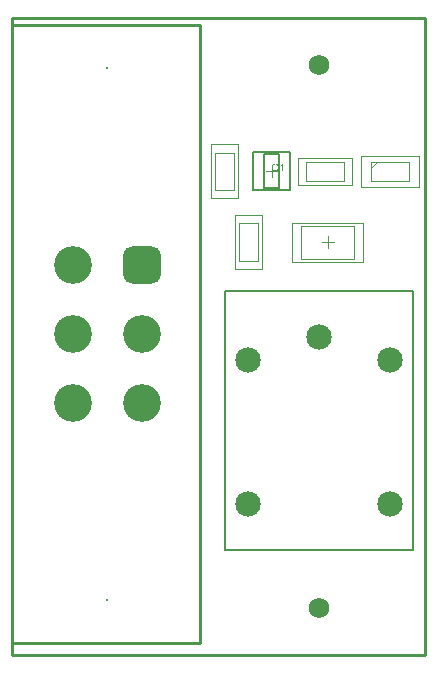
<source format=gbs>
G04*
G04 #@! TF.GenerationSoftware,Altium Limited,Altium Designer,18.1.9 (240)*
G04*
G04 Layer_Color=16711935*
%FSLAX44Y44*%
%MOMM*%
G71*
G01*
G75*
%ADD10C,0.2000*%
%ADD11C,0.1000*%
%ADD12C,0.2540*%
%ADD13C,0.1500*%
%ADD14C,0.0500*%
%ADD24C,2.1532*%
%ADD25C,3.2032*%
G04:AMPARAMS|DCode=26|XSize=3.2032mm|YSize=3.2032mm|CornerRadius=0.8516mm|HoleSize=0mm|Usage=FLASHONLY|Rotation=90.000|XOffset=0mm|YOffset=0mm|HoleType=Round|Shape=RoundedRectangle|*
%AMROUNDEDRECTD26*
21,1,3.2032,1.5000,0,0,90.0*
21,1,1.5000,3.2032,0,0,90.0*
1,1,1.7032,0.7500,0.7500*
1,1,1.7032,0.7500,-0.7500*
1,1,1.7032,-0.7500,-0.7500*
1,1,1.7032,-0.7500,0.7500*
%
%ADD26ROUNDEDRECTD26*%
%ADD27C,0.2032*%
%ADD28C,1.7272*%
G36*
X569874Y500000D02*
X569087D01*
Y504991D01*
X569082Y504986D01*
X569076Y504980D01*
X569060Y504964D01*
X569038Y504948D01*
X569005Y504920D01*
X568972Y504893D01*
X568934Y504860D01*
X568890Y504822D01*
X568781Y504740D01*
X568656Y504653D01*
X568508Y504554D01*
X568344Y504451D01*
X568339Y504445D01*
X568323Y504440D01*
X568301Y504423D01*
X568268Y504407D01*
X568230Y504385D01*
X568181Y504358D01*
X568126Y504331D01*
X568071Y504298D01*
X567940Y504232D01*
X567804Y504167D01*
X567662Y504101D01*
X567525Y504047D01*
Y504806D01*
X567531Y504811D01*
X567553Y504822D01*
X567591Y504838D01*
X567635Y504860D01*
X567695Y504893D01*
X567760Y504926D01*
X567831Y504969D01*
X567913Y505019D01*
X568000Y505068D01*
X568093Y505128D01*
X568284Y505253D01*
X568475Y505396D01*
X568667Y505554D01*
X568672Y505559D01*
X568688Y505576D01*
X568716Y505597D01*
X568749Y505630D01*
X568787Y505668D01*
X568836Y505718D01*
X568885Y505767D01*
X568940Y505827D01*
X569054Y505958D01*
X569169Y506100D01*
X569278Y506253D01*
X569322Y506335D01*
X569366Y506411D01*
X569874D01*
Y500000D01*
D02*
G37*
G36*
X563200Y506488D02*
X563282Y506482D01*
X563369Y506471D01*
X563473Y506460D01*
X563582Y506438D01*
X563703Y506417D01*
X563834Y506389D01*
X563965Y506357D01*
X564101Y506318D01*
X564238Y506269D01*
X564374Y506209D01*
X564511Y506149D01*
X564647Y506073D01*
X564658Y506067D01*
X564680Y506051D01*
X564713Y506029D01*
X564762Y505996D01*
X564822Y505952D01*
X564893Y505898D01*
X564969Y505838D01*
X565051Y505767D01*
X565133Y505690D01*
X565226Y505597D01*
X565314Y505505D01*
X565401Y505396D01*
X565494Y505286D01*
X565576Y505161D01*
X565658Y505030D01*
X565729Y504893D01*
X565734Y504882D01*
X565745Y504860D01*
X565761Y504817D01*
X565789Y504762D01*
X565816Y504691D01*
X565849Y504604D01*
X565882Y504505D01*
X565920Y504396D01*
X565952Y504276D01*
X565985Y504145D01*
X566018Y504003D01*
X566045Y503856D01*
X566073Y503697D01*
X566089Y503533D01*
X566100Y503364D01*
X566105Y503189D01*
Y503178D01*
Y503157D01*
Y503113D01*
X566100Y503058D01*
Y502987D01*
X566095Y502905D01*
X566084Y502818D01*
X566078Y502720D01*
X566062Y502610D01*
X566045Y502501D01*
X566002Y502261D01*
X565947Y502015D01*
X565909Y501895D01*
X565865Y501775D01*
Y501769D01*
X565854Y501748D01*
X565838Y501715D01*
X565821Y501671D01*
X565794Y501617D01*
X565761Y501551D01*
X565729Y501480D01*
X565685Y501404D01*
X565636Y501322D01*
X565581Y501229D01*
X565527Y501141D01*
X565461Y501049D01*
X565390Y500956D01*
X565314Y500857D01*
X565232Y500765D01*
X565144Y500677D01*
X565150Y500672D01*
X565172Y500661D01*
X565204Y500639D01*
X565243Y500612D01*
X565297Y500579D01*
X565357Y500541D01*
X565423Y500497D01*
X565499Y500453D01*
X565581Y500404D01*
X565663Y500355D01*
X565849Y500257D01*
X566034Y500164D01*
X566226Y500087D01*
X565974Y499509D01*
X565969Y499514D01*
X565942Y499519D01*
X565909Y499536D01*
X565860Y499558D01*
X565794Y499580D01*
X565723Y499612D01*
X565641Y499650D01*
X565548Y499700D01*
X565450Y499749D01*
X565341Y499803D01*
X565226Y499869D01*
X565112Y499940D01*
X564991Y500016D01*
X564866Y500098D01*
X564735Y500186D01*
X564609Y500284D01*
X564604Y500279D01*
X564576Y500268D01*
X564538Y500246D01*
X564483Y500224D01*
X564418Y500191D01*
X564342Y500158D01*
X564249Y500126D01*
X564145Y500087D01*
X564036Y500049D01*
X563915Y500016D01*
X563784Y499984D01*
X563648Y499951D01*
X563501Y499929D01*
X563353Y499907D01*
X563195Y499896D01*
X563036Y499891D01*
X562998D01*
X562954Y499896D01*
X562889D01*
X562812Y499902D01*
X562725Y499913D01*
X562627Y499924D01*
X562518Y499945D01*
X562397Y499967D01*
X562272Y499995D01*
X562141Y500027D01*
X562010Y500065D01*
X561873Y500115D01*
X561737Y500169D01*
X561600Y500235D01*
X561464Y500306D01*
X561458Y500311D01*
X561431Y500328D01*
X561398Y500350D01*
X561349Y500382D01*
X561289Y500426D01*
X561223Y500481D01*
X561147Y500541D01*
X561065Y500612D01*
X560978Y500688D01*
X560890Y500775D01*
X560797Y500874D01*
X560710Y500978D01*
X560617Y501092D01*
X560535Y501212D01*
X560453Y501343D01*
X560377Y501480D01*
X560371Y501491D01*
X560360Y501513D01*
X560344Y501556D01*
X560317Y501611D01*
X560289Y501688D01*
X560257Y501769D01*
X560224Y501868D01*
X560191Y501977D01*
X560153Y502097D01*
X560120Y502234D01*
X560087Y502370D01*
X560060Y502523D01*
X560033Y502681D01*
X560016Y502845D01*
X560005Y503014D01*
X560000Y503189D01*
Y503195D01*
Y503200D01*
Y503233D01*
Y503282D01*
X560005Y503348D01*
X560011Y503429D01*
X560022Y503528D01*
X560033Y503637D01*
X560049Y503757D01*
X560065Y503888D01*
X560093Y504025D01*
X560126Y504167D01*
X560164Y504309D01*
X560207Y504462D01*
X560257Y504609D01*
X560317Y504757D01*
X560382Y504904D01*
X560388Y504915D01*
X560399Y504937D01*
X560420Y504980D01*
X560453Y505030D01*
X560491Y505095D01*
X560541Y505172D01*
X560595Y505253D01*
X560661Y505341D01*
X560737Y505434D01*
X560814Y505532D01*
X560906Y505630D01*
X561005Y505729D01*
X561109Y505827D01*
X561218Y505920D01*
X561343Y506002D01*
X561469Y506084D01*
X561480Y506089D01*
X561502Y506100D01*
X561540Y506122D01*
X561595Y506149D01*
X561660Y506176D01*
X561742Y506215D01*
X561829Y506253D01*
X561933Y506291D01*
X562048Y506329D01*
X562168Y506362D01*
X562299Y506400D01*
X562436Y506428D01*
X562583Y506455D01*
X562736Y506477D01*
X562889Y506488D01*
X563053Y506493D01*
X563140D01*
X563200Y506488D01*
D02*
G37*
%LPC*%
G36*
X563058Y505767D02*
X563014D01*
X562965Y505761D01*
X562900Y505756D01*
X562818Y505745D01*
X562725Y505734D01*
X562621Y505712D01*
X562507Y505685D01*
X562387Y505652D01*
X562261Y505608D01*
X562130Y505554D01*
X561999Y505494D01*
X561868Y505417D01*
X561737Y505330D01*
X561611Y505232D01*
X561491Y505117D01*
X561485Y505112D01*
X561464Y505090D01*
X561436Y505051D01*
X561393Y504997D01*
X561349Y504926D01*
X561294Y504844D01*
X561240Y504746D01*
X561180Y504636D01*
X561119Y504505D01*
X561065Y504363D01*
X561010Y504205D01*
X560967Y504030D01*
X560928Y503845D01*
X560896Y503643D01*
X560874Y503424D01*
X560868Y503189D01*
Y503184D01*
Y503173D01*
Y503157D01*
Y503135D01*
Y503107D01*
X560874Y503069D01*
X560879Y502982D01*
X560885Y502878D01*
X560901Y502758D01*
X560917Y502627D01*
X560945Y502479D01*
X560978Y502326D01*
X561016Y502174D01*
X561065Y502015D01*
X561125Y501851D01*
X561196Y501698D01*
X561278Y501545D01*
X561371Y501404D01*
X561480Y501272D01*
X561485Y501267D01*
X561507Y501245D01*
X561545Y501212D01*
X561589Y501169D01*
X561655Y501119D01*
X561726Y501065D01*
X561813Y501005D01*
X561911Y500945D01*
X562015Y500879D01*
X562135Y500819D01*
X562266Y500765D01*
X562408Y500715D01*
X562556Y500672D01*
X562714Y500639D01*
X562883Y500617D01*
X563058Y500612D01*
X563102D01*
X563135Y500617D01*
X563178D01*
X563222Y500623D01*
X563277Y500628D01*
X563337Y500634D01*
X563468Y500655D01*
X563610Y500683D01*
X563763Y500726D01*
X563915Y500781D01*
X563910Y500786D01*
X563899Y500792D01*
X563877Y500808D01*
X563844Y500825D01*
X563812Y500846D01*
X563768Y500868D01*
X563719Y500896D01*
X563659Y500923D01*
X563533Y500983D01*
X563391Y501043D01*
X563238Y501098D01*
X563074Y501147D01*
X563282Y501758D01*
X563293D01*
X563315Y501748D01*
X563353Y501737D01*
X563402Y501720D01*
X563468Y501698D01*
X563539Y501671D01*
X563621Y501644D01*
X563708Y501606D01*
X563801Y501567D01*
X563899Y501518D01*
X564101Y501414D01*
X564303Y501289D01*
X564396Y501223D01*
X564489Y501147D01*
X564500Y501152D01*
X564522Y501180D01*
X564560Y501218D01*
X564604Y501272D01*
X564664Y501349D01*
X564724Y501436D01*
X564795Y501540D01*
X564866Y501660D01*
X564931Y501797D01*
X565002Y501944D01*
X565062Y502113D01*
X565122Y502299D01*
X565166Y502496D01*
X565204Y502709D01*
X565226Y502943D01*
X565237Y503189D01*
Y503200D01*
Y503222D01*
Y503266D01*
X565232Y503320D01*
Y503386D01*
X565221Y503468D01*
X565215Y503555D01*
X565204Y503648D01*
X565188Y503752D01*
X565172Y503861D01*
X565122Y504090D01*
X565095Y504205D01*
X565057Y504320D01*
X565019Y504434D01*
X564969Y504544D01*
X564964Y504549D01*
X564959Y504571D01*
X564942Y504598D01*
X564920Y504642D01*
X564893Y504686D01*
X564860Y504746D01*
X564822Y504806D01*
X564773Y504871D01*
X564724Y504942D01*
X564669Y505019D01*
X564604Y505095D01*
X564533Y505166D01*
X564462Y505243D01*
X564380Y505314D01*
X564292Y505379D01*
X564199Y505445D01*
X564194Y505450D01*
X564178Y505461D01*
X564150Y505472D01*
X564112Y505494D01*
X564063Y505521D01*
X564003Y505548D01*
X563937Y505576D01*
X563866Y505608D01*
X563784Y505636D01*
X563697Y505663D01*
X563604Y505690D01*
X563506Y505718D01*
X563397Y505740D01*
X563288Y505750D01*
X563173Y505761D01*
X563058Y505767D01*
D02*
G37*
%LPD*%
D10*
X544500Y516000D02*
X575500D01*
Y484000D02*
Y516000D01*
X544500Y484000D02*
X575500D01*
X544500D02*
Y516000D01*
X520000Y179000D02*
Y399000D01*
Y179000D02*
X680000D01*
Y399000D01*
X520000D02*
X680000D01*
X544500Y516000D02*
X575500D01*
Y484000D02*
Y516000D01*
X544500Y484000D02*
X575500D01*
X544500D02*
Y516000D01*
D11*
X585000Y453950D02*
X630000D01*
X585000Y426050D02*
X630000D01*
X585000D02*
Y453950D01*
X630000Y426050D02*
Y453950D01*
X555350Y500000D02*
X564650D01*
X560000Y495350D02*
Y504650D01*
X512000Y515750D02*
X528000D01*
X512000Y484250D02*
Y515750D01*
Y484250D02*
X528000D01*
Y515750D01*
X644000Y502670D02*
X649330Y508000D01*
X644000Y492000D02*
Y508000D01*
Y492000D02*
X676000D01*
Y508000D01*
X644000D02*
X676000D01*
X620750Y492000D02*
Y508000D01*
X589250D02*
X620750D01*
X589250Y492000D02*
Y508000D01*
Y492000D02*
X620750D01*
X607500Y435000D02*
Y445000D01*
X602500Y440000D02*
X612500D01*
X532000Y424250D02*
X548000D01*
Y455750D01*
X532000D02*
X548000D01*
X532000Y424250D02*
Y455750D01*
D12*
X340000Y90000D02*
Y630000D01*
Y90000D02*
X690000D01*
X690000Y630000D02*
X690000Y90000D01*
X340000Y630000D02*
X690000D01*
X499000Y100900D02*
Y623500D01*
X340000Y100900D02*
Y623500D01*
Y100900D02*
X499000D01*
X340000Y623500D02*
X499000D01*
D13*
X553500Y514500D02*
X566500D01*
Y485500D02*
Y514500D01*
X553500Y485500D02*
X566500D01*
X553500D02*
Y514500D01*
D14*
X577500Y456500D02*
X637500D01*
X577500Y423500D02*
X637500D01*
X577500D02*
Y456500D01*
X637500Y423500D02*
Y456500D01*
X508500Y522750D02*
X531500D01*
X508500Y477250D02*
Y522750D01*
Y477250D02*
X531500D01*
Y522750D01*
X635500Y486750D02*
Y513250D01*
Y486750D02*
X684500D01*
Y513250D01*
X635500D02*
X684500D01*
X627750Y488500D02*
Y511500D01*
X582250D02*
X627750D01*
X582250Y488500D02*
Y511500D01*
Y488500D02*
X627750D01*
X528500Y417250D02*
X551500D01*
Y462750D01*
X528500D02*
X551500D01*
X528500Y417250D02*
Y462750D01*
D24*
X600000Y360000D02*
D03*
X540000Y340000D02*
D03*
Y218000D02*
D03*
X660000D02*
D03*
Y340000D02*
D03*
D25*
X391400Y420900D02*
D03*
X450000Y304100D02*
D03*
Y362500D02*
D03*
X391400D02*
D03*
Y304100D02*
D03*
D26*
X450000Y420900D02*
D03*
D27*
X420700Y137200D02*
D03*
X420500Y587800D02*
D03*
D28*
X600000Y590000D02*
D03*
Y130000D02*
D03*
M02*

</source>
